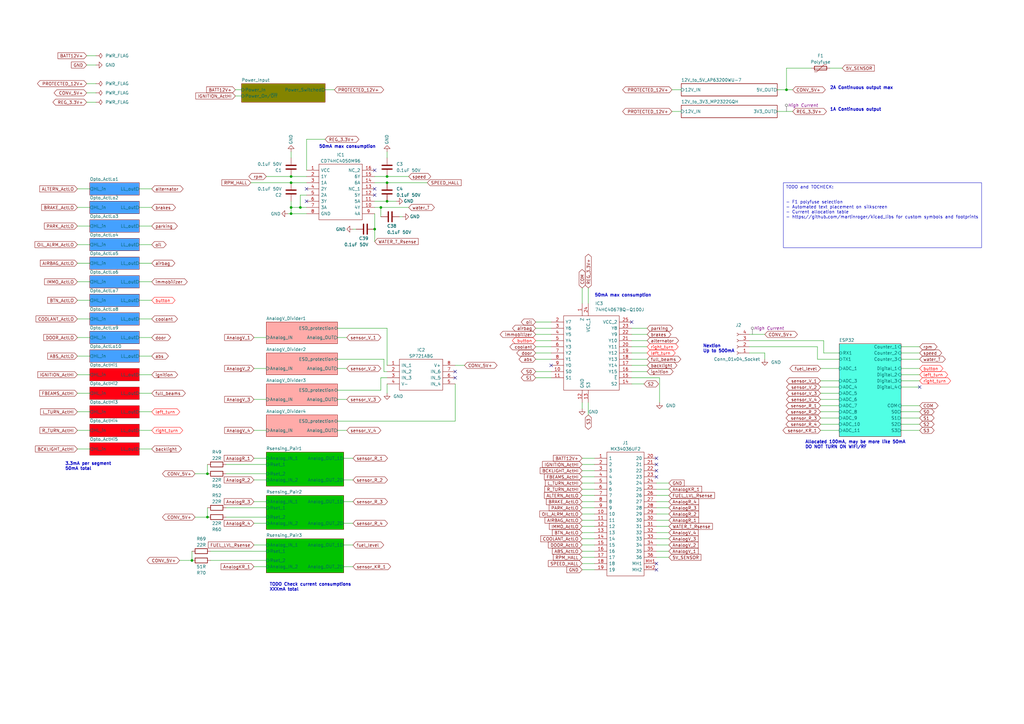
<source format=kicad_sch>
(kicad_sch (version 20230121) (generator eeschema)
  (paper "A3")
  (title_block (title "Main architecture") (date "2023-06-18") (rev "1.2.3") (comment 1 "https://github.com/martinroger/VXDash") (comment 2 "https://cadlab.io/projects/vxdash"))
  (junction (at 119.38 72.39))
  (junction (at 322.58 36.83))
  (junction (at 119.38 74.93))
  (junction (at 78.74 229.87))
  (junction (at 156.21 85.09))
  (junction (at 158.75 72.39))
  (junction (at 85.09 212.09))
  (junction (at 153.67 93.98))
  (junction (at 119.38 87.63))
  (junction (at 119.38 85.09))
  (junction (at 123.19 85.09))
  (junction (at 158.75 74.93))
  (junction (at 85.09 194.31))
  (junction (at 158.75 82.55))
  (no_connect (at 186.69 152.4))
  (no_connect (at 125.73 77.47))
  (no_connect (at 269.24 187.96))
  (no_connect (at 269.24 195.58))
  (no_connect (at 153.67 69.85))
  (no_connect (at 259.08 132.08))
  (no_connect (at 186.69 154.94))
  (no_connect (at 269.24 190.5))
  (no_connect (at 153.67 80.01))
  (no_connect (at 269.24 233.68))
  (no_connect (at 153.67 77.47))
  (no_connect (at 269.24 193.04))
  (no_connect (at 226.06 149.86))
  (no_connect (at 125.73 82.55))
  (no_connect (at 269.24 231.14))
  (no_connect (at 377.19 158.75))
  (wire (pts (xy 156.21 154.94) (xy 158.75 154.94)))
  (wire (pts (xy 269.24 208.28) (xy 274.32 208.28)))
  (wire (pts (xy 138.43 176.53) (xy 142.24 176.53)))
  (wire (pts (xy 138.43 172.72) (xy 186.69 172.72)))
  (wire (pts (xy 336.55 166.37) (xy 344.17 166.37)))
  (wire (pts (xy 313.69 147.32) (xy 313.69 144.78)))
  (wire (pts (xy 78.74 226.06) (xy 78.74 229.87)))
  (wire (pts (xy 318.77 45.72) (xy 325.12 45.72)))
  (wire (pts (xy 57.15 107.95) (xy 62.23 107.95)))
  (wire (pts (xy 265.43 134.62) (xy 259.08 134.62)))
  (wire (pts (xy 369.57 153.67) (xy 377.19 153.67)))
  (wire (pts (xy 238.76 213.36) (xy 243.84 213.36)))
  (wire (pts (xy 322.58 27.94) (xy 322.58 36.83)))
  (wire (pts (xy 31.75 161.29) (xy 36.83 161.29)))
  (wire (pts (xy 238.76 187.96) (xy 243.84 187.96)))
  (wire (pts (xy 153.67 87.63) (xy 153.67 93.98)))
  (wire (pts (xy 86.36 226.06) (xy 109.22 226.06)))
  (wire (pts (xy 104.14 176.53) (xy 109.22 176.53)))
  (wire (pts (xy 165.1 88.9) (xy 163.83 88.9)))
  (wire (pts (xy 57.15 138.43) (xy 62.23 138.43)))
  (wire (pts (xy 270.51 154.94) (xy 270.51 165.1)))
  (wire (pts (xy 31.75 92.71) (xy 36.83 92.71)))
  (wire (pts (xy 274.32 228.6) (xy 269.24 228.6)))
  (wire (pts (xy 138.43 151.13) (xy 142.24 151.13)))
  (wire (pts (xy 133.35 36.83) (xy 137.16 36.83)))
  (wire (pts (xy 274.32 198.12) (xy 269.24 198.12)))
  (wire (pts (xy 133.35 57.15) (xy 125.73 57.15)))
  (wire (pts (xy 140.97 223.52) (xy 144.78 223.52)))
  (wire (pts (xy 104.14 223.52) (xy 109.22 223.52)))
  (wire (pts (xy 336.55 171.45) (xy 344.17 171.45)))
  (wire (pts (xy 57.15 130.81) (xy 62.23 130.81)))
  (wire (pts (xy 92.71 190.5) (xy 109.22 190.5)))
  (wire (pts (xy 336.55 168.91) (xy 344.17 168.91)))
  (wire (pts (xy 238.76 165.1) (xy 238.76 167.64)))
  (wire (pts (xy 57.15 161.29) (xy 62.23 161.29)))
  (wire (pts (xy 269.24 213.36) (xy 274.32 213.36)))
  (wire (pts (xy 274.32 200.66) (xy 269.24 200.66)))
  (wire (pts (xy 85.09 208.28) (xy 85.09 212.09)))
  (wire (pts (xy 144.78 93.98) (xy 146.05 93.98)))
  (wire (pts (xy 219.71 137.16) (xy 226.06 137.16)))
  (wire (pts (xy 31.75 85.09) (xy 36.83 85.09)))
  (wire (pts (xy 274.32 218.44) (xy 269.24 218.44)))
  (wire (pts (xy 275.59 36.83) (xy 279.4 36.83)))
  (wire (pts (xy 238.76 223.52) (xy 243.84 223.52)))
  (wire (pts (xy 265.43 147.32) (xy 259.08 147.32)))
  (wire (pts (xy 31.75 184.15) (xy 36.83 184.15)))
  (wire (pts (xy 57.15 184.15) (xy 62.23 184.15)))
  (wire (pts (xy 158.75 72.39) (xy 167.64 72.39)))
  (wire (pts (xy 238.76 193.04) (xy 243.84 193.04)))
  (wire (pts (xy 238.76 226.06) (xy 243.84 226.06)))
  (wire (pts (xy 35.56 26.67) (xy 39.37 26.67)))
  (wire (pts (xy 96.52 39.37) (xy 99.06 39.37)))
  (wire (pts (xy 31.75 176.53) (xy 36.83 176.53)))
  (wire (pts (xy 307.34 137.16) (xy 313.69 137.16)))
  (wire (pts (xy 219.71 152.4) (xy 226.06 152.4)))
  (wire (pts (xy 138.43 134.62) (xy 158.75 134.62)))
  (wire (pts (xy 336.55 158.75) (xy 344.17 158.75)))
  (wire (pts (xy 274.32 226.06) (xy 269.24 226.06)))
  (wire (pts (xy 57.15 77.47) (xy 62.23 77.47)))
  (wire (pts (xy 269.24 203.2) (xy 274.32 203.2)))
  (wire (pts (xy 275.59 45.72) (xy 279.4 45.72)))
  (wire (pts (xy 336.55 161.29) (xy 344.17 161.29)))
  (wire (pts (xy 57.15 153.67) (xy 62.23 153.67)))
  (wire (pts (xy 186.69 172.72) (xy 186.69 157.48)))
  (wire (pts (xy 73.66 229.87) (xy 78.74 229.87)))
  (wire (pts (xy 336.55 163.83) (xy 344.17 163.83)))
  (wire (pts (xy 337.82 139.7) (xy 307.34 139.7)))
  (wire (pts (xy 156.21 85.09) (xy 167.64 85.09)))
  (wire (pts (xy 85.09 190.5) (xy 85.09 194.31)))
  (wire (pts (xy 274.32 220.98) (xy 269.24 220.98)))
  (wire (pts (xy 344.17 144.78) (xy 337.82 144.78)))
  (wire (pts (xy 307.34 142.24) (xy 335.28 142.24)))
  (wire (pts (xy 138.43 138.43) (xy 142.24 138.43)))
  (wire (pts (xy 369.57 176.53) (xy 377.19 176.53)))
  (wire (pts (xy 104.14 214.63) (xy 109.22 214.63)))
  (wire (pts (xy 369.57 142.24) (xy 377.19 142.24)))
  (wire (pts (xy 238.76 195.58) (xy 243.84 195.58)))
  (wire (pts (xy 265.43 144.78) (xy 259.08 144.78)))
  (wire (pts (xy 57.15 92.71) (xy 62.23 92.71)))
  (wire (pts (xy 238.76 231.14) (xy 243.84 231.14)))
  (wire (pts (xy 259.08 154.94) (xy 270.51 154.94)))
  (wire (pts (xy 238.76 208.28) (xy 243.84 208.28)))
  (wire (pts (xy 102.87 74.93) (xy 119.38 74.93)))
  (wire (pts (xy 119.38 72.39) (xy 125.73 72.39)))
  (wire (pts (xy 238.76 200.66) (xy 243.84 200.66)))
  (wire (pts (xy 241.3 118.11) (xy 241.3 124.46)))
  (wire (pts (xy 238.76 203.2) (xy 243.84 203.2)))
  (wire (pts (xy 158.75 134.62) (xy 158.75 149.86)))
  (wire (pts (xy 31.75 115.57) (xy 36.83 115.57)))
  (wire (pts (xy 238.76 215.9) (xy 243.84 215.9)))
  (wire (pts (xy 238.76 118.11) (xy 238.76 124.46)))
  (wire (pts (xy 92.71 212.09) (xy 109.22 212.09)))
  (wire (pts (xy 369.57 151.13) (xy 377.19 151.13)))
  (wire (pts (xy 265.43 152.4) (xy 259.08 152.4)))
  (wire (pts (xy 265.43 142.24) (xy 259.08 142.24)))
  (wire (pts (xy 265.43 149.86) (xy 259.08 149.86)))
  (wire (pts (xy 57.15 115.57) (xy 62.23 115.57)))
  (wire (pts (xy 238.76 220.98) (xy 243.84 220.98)))
  (wire (pts (xy 369.57 156.21) (xy 377.19 156.21)))
  (wire (pts (xy 125.73 85.09) (xy 123.19 85.09)))
  (wire (pts (xy 369.57 147.32) (xy 377.19 147.32)))
  (wire (pts (xy 238.76 228.6) (xy 243.84 228.6)))
  (wire (pts (xy 369.57 158.75) (xy 377.19 158.75)))
  (wire (pts (xy 35.56 34.29) (xy 39.37 34.29)))
  (wire (pts (xy 336.55 151.13) (xy 344.17 151.13)))
  (wire (pts (xy 336.55 156.21) (xy 344.17 156.21)))
  (wire (pts (xy 119.38 82.55) (xy 119.38 85.09)))
  (wire (pts (xy 157.48 147.32) (xy 157.48 152.4)))
  (wire (pts (xy 119.38 87.63) (xy 125.73 87.63)))
  (wire (pts (xy 336.55 176.53) (xy 344.17 176.53)))
  (wire (pts (xy 274.32 223.52) (xy 269.24 223.52)))
  (wire (pts (xy 138.43 163.83) (xy 142.24 163.83)))
  (wire (pts (xy 219.71 134.62) (xy 226.06 134.62)))
  (wire (pts (xy 265.43 139.7) (xy 259.08 139.7)))
  (wire (pts (xy 259.08 157.48) (xy 264.16 157.48)))
  (wire (pts (xy 269.24 205.74) (xy 274.32 205.74)))
  (wire (pts (xy 92.71 208.28) (xy 109.22 208.28)))
  (wire (pts (xy 31.75 100.33) (xy 36.83 100.33)))
  (wire (pts (xy 62.23 146.05) (xy 57.15 146.05)))
  (wire (pts (xy 238.76 205.74) (xy 243.84 205.74)))
  (wire (pts (xy 274.32 215.9) (xy 269.24 215.9)))
  (wire (pts (xy 104.14 232.41) (xy 109.22 232.41)))
  (wire (pts (xy 138.43 147.32) (xy 157.48 147.32)))
  (wire (pts (xy 104.14 138.43) (xy 109.22 138.43)))
  (wire (pts (xy 219.71 147.32) (xy 226.06 147.32)))
  (wire (pts (xy 322.58 27.94) (xy 332.74 27.94)))
  (wire (pts (xy 138.43 160.02) (xy 156.21 160.02)))
  (wire (pts (xy 140.97 187.96) (xy 144.78 187.96)))
  (wire (pts (xy 109.22 72.39) (xy 119.38 72.39)))
  (wire (pts (xy 119.38 85.09) (xy 119.38 87.63)))
  (wire (pts (xy 31.75 123.19) (xy 36.83 123.19)))
  (wire (pts (xy 335.28 147.32) (xy 335.28 142.24)))
  (wire (pts (xy 86.36 229.87) (xy 109.22 229.87)))
  (wire (pts (xy 153.67 72.39) (xy 158.75 72.39)))
  (wire (pts (xy 369.57 168.91) (xy 377.19 168.91)))
  (wire (pts (xy 158.75 82.55) (xy 162.56 82.55)))
  (wire (pts (xy 318.77 36.83) (xy 322.58 36.83)))
  (wire (pts (xy 153.67 93.98) (xy 153.67 99.06)))
  (wire (pts (xy 35.56 41.91) (xy 39.37 41.91)))
  (wire (pts (xy 92.71 194.31) (xy 109.22 194.31)))
  (wire (pts (xy 31.75 168.91) (xy 36.83 168.91)))
  (wire (pts (xy 140.97 196.85) (xy 144.78 196.85)))
  (wire (pts (xy 31.75 107.95) (xy 36.83 107.95)))
  (wire (pts (xy 158.75 62.23) (xy 158.75 64.77)))
  (wire (pts (xy 104.14 205.74) (xy 109.22 205.74)))
  (wire (pts (xy 57.15 100.33) (xy 62.23 100.33)))
  (wire (pts (xy 265.43 137.16) (xy 259.08 137.16)))
  (wire (pts (xy 335.28 147.32) (xy 344.17 147.32)))
  (wire (pts (xy 123.19 80.01) (xy 123.19 85.09)))
  (wire (pts (xy 31.75 146.05) (xy 36.83 146.05)))
  (wire (pts (xy 337.82 144.78) (xy 337.82 139.7)))
  (wire (pts (xy 157.48 152.4) (xy 158.75 152.4)))
  (wire (pts (xy 104.14 196.85) (xy 109.22 196.85)))
  (wire (pts (xy 104.14 187.96) (xy 109.22 187.96)))
  (wire (pts (xy 186.69 149.86) (xy 190.5 149.86)))
  (wire (pts (xy 156.21 85.09) (xy 156.21 88.9)))
  (wire (pts (xy 80.01 194.31) (xy 85.09 194.31)))
  (wire (pts (xy 57.15 176.53) (xy 62.23 176.53)))
  (wire (pts (xy 119.38 62.23) (xy 119.38 64.77)))
  (wire (pts (xy 119.38 74.93) (xy 125.73 74.93)))
  (wire (pts (xy 158.75 157.48) (xy 158.75 161.29)))
  (wire (pts (xy 80.01 212.09) (xy 85.09 212.09)))
  (wire (pts (xy 238.76 218.44) (xy 243.84 218.44)))
  (wire (pts (xy 140.97 232.41) (xy 144.78 232.41)))
  (wire (pts (xy 369.57 144.78) (xy 377.19 144.78)))
  (wire (pts (xy 369.57 171.45) (xy 377.19 171.45)))
  (wire (pts (xy 140.97 205.74) (xy 144.78 205.74)))
  (wire (pts (xy 238.76 233.68) (xy 243.84 233.68)))
  (wire (pts (xy 31.75 130.81) (xy 36.83 130.81)))
  (wire (pts (xy 238.76 190.5) (xy 243.84 190.5)))
  (wire (pts (xy 336.55 173.99) (xy 344.17 173.99)))
  (wire (pts (xy 238.76 210.82) (xy 243.84 210.82)))
  (wire (pts (xy 219.71 154.94) (xy 226.06 154.94)))
  (wire (pts (xy 31.75 153.67) (xy 36.83 153.67)))
  (wire (pts (xy 219.71 139.7) (xy 226.06 139.7)))
  (wire (pts (xy 369.57 166.37) (xy 377.19 166.37)))
  (wire (pts (xy 118.11 87.63) (xy 119.38 87.63)))
  (wire (pts (xy 238.76 198.12) (xy 243.84 198.12)))
  (wire (pts (xy 153.67 85.09) (xy 156.21 85.09)))
  (wire (pts (xy 153.67 74.93) (xy 158.75 74.93)))
  (wire (pts (xy 57.15 123.19) (xy 62.23 123.19)))
  (wire (pts (xy 269.24 210.82) (xy 274.32 210.82)))
  (wire (pts (xy 219.71 144.78) (xy 226.06 144.78)))
  (wire (pts (xy 31.75 77.47) (xy 36.83 77.47)))
  (wire (pts (xy 322.58 36.83) (xy 325.12 36.83)))
  (wire (pts (xy 219.71 142.24) (xy 226.06 142.24)))
  (wire (pts (xy 153.67 82.55) (xy 158.75 82.55)))
  (wire (pts (xy 104.14 151.13) (xy 109.22 151.13)))
  (wire (pts (xy 35.56 38.1) (xy 39.37 38.1)))
  (wire (pts (xy 57.15 168.91) (xy 62.23 168.91)))
  (wire (pts (xy 96.52 36.83) (xy 99.06 36.83)))
  (wire (pts (xy 158.75 74.93) (xy 175.26 74.93)))
  (wire (pts (xy 340.36 27.94) (xy 345.44 27.94)))
  (wire (pts (xy 313.69 144.78) (xy 307.34 144.78)))
  (wire (pts (xy 57.15 85.09) (xy 62.23 85.09)))
  (wire (pts (xy 219.71 132.08) (xy 226.06 132.08)))
  (wire (pts (xy 31.75 138.43) (xy 36.83 138.43)))
  (wire (pts (xy 241.3 165.1) (xy 241.3 170.18)))
  (wire (pts (xy 125.73 80.01) (xy 123.19 80.01)))
  (wire (pts (xy 369.57 173.99) (xy 377.19 173.99)))
  (wire (pts (xy 156.21 160.02) (xy 156.21 154.94)))
  (wire (pts (xy 125.73 57.15) (xy 125.73 69.85)))
  (wire (pts (xy 123.19 85.09) (xy 119.38 85.09)))
  (wire (pts (xy 140.97 214.63) (xy 144.78 214.63)))
  (wire (pts (xy 35.56 22.86) (xy 39.37 22.86)))
  (wire (pts (xy 104.14 163.83) (xy 109.22 163.83)))
  (text_box "TODO and TOCHECK: \n \n\n- F1 polyfuse selection\n- Automated text placement on silkscreen\n- Current allocation table\n- https://github.com/martinroger/kicad_libs for custom symbols and footprints\n\n\n" (at 321.31 74.93 0) (size 81.28 26.67) (effects (font (size 1.27 1.27)) (justify left top)))
  (text "50mA max consumption" (at 130.81 60.96 0) (effects (font (size 1.27 1.27) bold) (justify left bottom)))
  (text "3.3mA per segment\n50mA total\n" (at 26.67 193.04 0) (effects (font (size 1.27 1.27) bold) (justify left bottom)))
  (text "Allocated 100mA, may be more like 50mA\nDO NOT TURN ON WIFI/RF" (at 330.2 184.15 0) (effects (font (size 1.27 1.27) bold) (justify left bottom)))
  (text "50mA max consumption" (at 243.84 121.92 0) (effects (font (size 1.27 1.27) bold) (justify left bottom)))
  (text "TODO Check current consumptions \nXXXmA total" (at 110.49 242.57 0) (effects (font (size 1.27 1.27) bold) (justify left bottom)))
  (text "Nextion\nUp to 500mA" (at 288.29 144.78 0) (effects (font (size 1.27 1.27) bold) (justify left bottom)))
  (text "2A Continuous output max" (at 340.36 36.83 0) (effects (font (size 1.27 1.27) bold) (justify left bottom)))
  (text "1A Continuous output" (at 340.36 45.72 0) (effects (font (size 1.27 1.27) bold) (justify left bottom)))
  (global_label "right_turn" (shape bidirectional) (at 377.19 156.21 0) (property "Intersheetrefs" "${INTERSHEET_REFS}" (effects hide)))
  (global_label "AnalogV_2" (shape input) (at 274.32 223.52 0) (property "Intersheetrefs" "${INTERSHEET_REFS}" (effects hide)))
  (global_label "oil" (shape bidirectional) (at 62.23 100.33 0) (property "Intersheetrefs" "${INTERSHEET_REFS}" (effects hide)))
  (global_label "button" (shape bidirectional) (at 219.71 139.7 180) (property "Intersheetrefs" "${INTERSHEET_REFS}" (effects hide)))
  (global_label "brakes" (shape bidirectional) (at 62.23 85.09 0) (property "Intersheetrefs" "${INTERSHEET_REFS}" (effects hide)))
  (global_label "rpm" (shape bidirectional) (at 377.19 142.24 0) (property "Intersheetrefs" "${INTERSHEET_REFS}" (effects hide)))
  (global_label "sensor_V_3" (shape bidirectional) (at 336.55 161.29 180) (property "Intersheetrefs" "${INTERSHEET_REFS}" (effects hide)))
  (global_label "AnalogV_2" (shape input) (at 104.14 151.13 180) (property "Intersheetrefs" "${INTERSHEET_REFS}" (effects hide)))
  (global_label "ABS_ActLO" (shape input) (at 31.75 146.05 180) (property "Intersheetrefs" "${INTERSHEET_REFS}" (effects hide)))
  (global_label "alternator" (shape bidirectional) (at 265.43 139.7 0) (property "Intersheetrefs" "${INTERSHEET_REFS}" (effects hide)))
  (global_label "IGNITION_ActHI" (shape input) (at 96.52 39.37 180) (property "Intersheetrefs" "${INTERSHEET_REFS}" (effects hide)))
  (global_label "RPM_HALL" (shape input) (at 238.76 228.6 180) (property "Intersheetrefs" "${INTERSHEET_REFS}" (effects hide)))
  (global_label "button" (shape bidirectional) (at 377.19 151.13 0) (property "Intersheetrefs" "${INTERSHEET_REFS}" (effects hide)))
  (global_label "CONV_5V+" (shape bidirectional) (at 80.01 212.09 180) (property "Intersheetrefs" "${INTERSHEET_REFS}" (effects hide)))
  (global_label "AnalogV_3" (shape input) (at 274.32 220.98 0) (property "Intersheetrefs" "${INTERSHEET_REFS}" (effects hide)))
  (global_label "IGNITION_ActHI" (shape input) (at 238.76 190.5 180) (property "Intersheetrefs" "${INTERSHEET_REFS}" (effects hide)))
  (global_label "ALTERN_ActLO" (shape input) (at 31.75 77.47 180) (property "Intersheetrefs" "${INTERSHEET_REFS}" (effects hide)))
  (global_label "FBEAMS_ActHI" (shape input) (at 31.75 161.29 180) (property "Intersheetrefs" "${INTERSHEET_REFS}" (effects hide)))
  (global_label "oil" (shape bidirectional) (at 219.71 132.08 180) (property "Intersheetrefs" "${INTERSHEET_REFS}" (effects hide)))
  (global_label "DOOR_ActLO" (shape input) (at 238.76 223.52 180) (property "Intersheetrefs" "${INTERSHEET_REFS}" (effects hide)))
  (global_label "button" (shape bidirectional) (at 62.23 123.19 0) (property "Intersheetrefs" "${INTERSHEET_REFS}" (effects hide)))
  (global_label "sensor_R_4" (shape bidirectional) (at 144.78 214.63 0) (property "Intersheetrefs" "${INTERSHEET_REFS}" (effects hide)))
  (global_label "AnalogR_2" (shape input) (at 274.32 210.82 0) (property "Intersheetrefs" "${INTERSHEET_REFS}" (effects hide)))
  (global_label "sensor_R_4" (shape bidirectional) (at 336.55 173.99 180) (property "Intersheetrefs" "${INTERSHEET_REFS}" (effects hide)))
  (global_label "FUEL_LVL_Rsense" (shape input) (at 274.32 203.2 0) (property "Intersheetrefs" "${INTERSHEET_REFS}" (effects hide)))
  (global_label "AnalogKR_1" (shape input) (at 104.14 232.41 180) (property "Intersheetrefs" "${INTERSHEET_REFS}" (effects hide)))
  (global_label "R_TURN_ActHI" (shape input) (at 238.76 200.66 180) (property "Intersheetrefs" "${INTERSHEET_REFS}" (effects hide)))
  (global_label "COOLANT_ActLO" (shape input) (at 238.76 220.98 180) (property "Intersheetrefs" "${INTERSHEET_REFS}" (effects hide)))
  (global_label "REG_3.3V+" (shape bidirectional) (at 133.35 57.15 0) (property "Intersheetrefs" "${INTERSHEET_REFS}" (effects hide)))
  (global_label "sensor_R_2" (shape bidirectional) (at 144.78 196.85 0) (property "Intersheetrefs" "${INTERSHEET_REFS}" (effects hide)))
  (global_label "FUEL_LVL_Rsense" (shape input) (at 104.14 223.52 180) (property "Intersheetrefs" "${INTERSHEET_REFS}" (effects hide)))
  (global_label "OIL_ALRM_ActLO" (shape input) (at 31.75 100.33 180) (property "Intersheetrefs" "${INTERSHEET_REFS}" (effects hide)))
  (global_label "BTN_ActLO" (shape input) (at 238.76 218.44 180) (property "Intersheetrefs" "${INTERSHEET_REFS}" (effects hide)))
  (global_label "S0" (shape bidirectional) (at 377.19 168.91 0) (property "Intersheetrefs" "${INTERSHEET_REFS}" (effects hide)))
  (global_label "RPM_HALL" (shape input) (at 102.87 74.93 180) (property "Intersheetrefs" "${INTERSHEET_REFS}" (effects hide)))
  (global_label "rpm" (shape bidirectional) (at 109.22 72.39 180) (property "Intersheetrefs" "${INTERSHEET_REFS}" (effects hide)))
  (global_label "PROTECTED_12V+" (shape bidirectional) (at 275.59 45.72 180) (property "Intersheetrefs" "${INTERSHEET_REFS}" (effects hide)))
  (global_label "sensor_R_1" (shape bidirectional) (at 336.55 166.37 180) (property "Intersheetrefs" "${INTERSHEET_REFS}" (effects hide)))
  (global_label "FBEAMS_ActHI" (shape input) (at 238.76 195.58 180) (property "Intersheetrefs" "${INTERSHEET_REFS}" (effects hide)))
  (global_label "AnalogV_1" (shape input) (at 274.32 226.06 0) (property "Intersheetrefs" "${INTERSHEET_REFS}" (effects hide)))
  (global_label "AnalogR_3" (shape input) (at 104.14 205.74 180) (property "Intersheetrefs" "${INTERSHEET_REFS}" (effects hide)))
  (global_label "S3" (shape bidirectional) (at 241.3 170.18 270) (property "Intersheetrefs" "${INTERSHEET_REFS}" (effects hide)))
  (global_label "S0" (shape bidirectional) (at 219.71 152.4 180) (property "Intersheetrefs" "${INTERSHEET_REFS}" (effects hide)))
  (global_label "CONV_5V+" (shape bidirectional) (at 313.69 137.16 0) (property "Intersheetrefs" "${INTERSHEET_REFS}" (effects hide)))
  (global_label "AnalogKR_1" (shape input) (at 274.32 200.66 0) (property "Intersheetrefs" "${INTERSHEET_REFS}" (effects hide)))
  (global_label "PROTECTED_12V+" (shape bidirectional) (at 137.16 36.83 0) (property "Intersheetrefs" "${INTERSHEET_REFS}" (effects hide)))
  (global_label "5V_SENSOR" (shape input) (at 274.32 228.6 0) (property "Intersheetrefs" "${INTERSHEET_REFS}" (effects hide)))
  (global_label "airbag" (shape bidirectional) (at 62.23 107.95 0) (property "Intersheetrefs" "${INTERSHEET_REFS}" (effects hide)))
  (global_label "sensor_V_2" (shape bidirectional) (at 336.55 158.75 180) (property "Intersheetrefs" "${INTERSHEET_REFS}" (effects hide)))
  (global_label "ALTERN_ActLO" (shape input) (at 238.76 203.2 180) (property "Intersheetrefs" "${INTERSHEET_REFS}" (effects hide)))
  (global_label "WATER_T_Rsense" (shape input) (at 153.67 99.06 0) (property "Intersheetrefs" "${INTERSHEET_REFS}" (effects hide)))
  (global_label "R_TURN_ActHI" (shape input) (at 31.75 176.53 180) (property "Intersheetrefs" "${INTERSHEET_REFS}" (effects hide)))
  (global_label "AnalogR_4" (shape input) (at 274.32 205.74 0) (property "Intersheetrefs" "${INTERSHEET_REFS}" (effects hide)))
  (global_label "OIL_ALRM_ActLO" (shape input) (at 238.76 210.82 180) (property "Intersheetrefs" "${INTERSHEET_REFS}" (effects hide)))
  (global_label "GND" (shape input) (at 238.76 233.68 180) (property "Intersheetrefs" "${INTERSHEET_REFS}" (effects hide)))
  (global_label "S1" (shape bidirectional) (at 377.19 171.45 0) (property "Intersheetrefs" "${INTERSHEET_REFS}" (effects hide)))
  (global_label "sensor_R_3" (shape bidirectional) (at 336.55 171.45 180) (property "Intersheetrefs" "${INTERSHEET_REFS}" (effects hide)))
  (global_label "AIRBAG_ActLO" (shape input) (at 31.75 107.95 180) (property "Intersheetrefs" "${INTERSHEET_REFS}" (effects hide)))
  (global_label "BCKLIGHT_ActHI" (shape input) (at 31.75 184.15 180) (property "Intersheetrefs" "${INTERSHEET_REFS}" (effects hide)))
  (global_label "backlight" (shape bidirectional) (at 265.43 149.86 0) (property "Intersheetrefs" "${INTERSHEET_REFS}" (effects hide)))
  (global_label "BATT12V+" (shape input) (at 96.52 36.83 180) (property "Intersheetrefs" "${INTERSHEET_REFS}" (effects hide)))
  (global_label "SPEED_HALL" (shape input) (at 175.26 74.93 0) (property "Intersheetrefs" "${INTERSHEET_REFS}" (effects hide)))
  (global_label "DOOR_ActLO" (shape input) (at 31.75 138.43 180) (property "Intersheetrefs" "${INTERSHEET_REFS}" (effects hide)))
  (global_label "sensor_V_3" (shape bidirectional) (at 142.24 163.83 0) (property "Intersheetrefs" "${INTERSHEET_REFS}" (effects hide)))
  (global_label "PROTECTED_12V+" (shape bidirectional) (at 275.59 36.83 180) (property "Intersheetrefs" "${INTERSHEET_REFS}" (effects hide)))
  (global_label "sensor_V_1" (shape bidirectional) (at 336.55 156.21 180) (property "Intersheetrefs" "${INTERSHEET_REFS}" (effects hide)))
  (global_label "parking" (shape bidirectional) (at 265.43 134.62 0) (property "Intersheetrefs" "${INTERSHEET_REFS}" (effects hide)))
  (global_label "GND" (shape input) (at 35.56 26.67 180) (property "Intersheetrefs" "${INTERSHEET_REFS}" (effects hide)))
  (global_label "sensor_R_1" (shape bidirectional) (at 144.78 187.96 0) (property "Intersheetrefs" "${INTERSHEET_REFS}" (effects hide)))
  (global_label "left_turn" (shape bidirectional) (at 62.23 168.91 0) (property "Intersheetrefs" "${INTERSHEET_REFS}" (effects hide)))
  (global_label "door" (shape bidirectional) (at 219.71 144.78 180) (property "Intersheetrefs" "${INTERSHEET_REFS}" (effects hide)))
  (global_label "AnalogR_2" (shape input) (at 104.14 196.85 180) (property "Intersheetrefs" "${INTERSHEET_REFS}" (effects hide)))
  (global_label "sensor_V_1" (shape bidirectional) (at 142.24 138.43 0) (property "Intersheetrefs" "${INTERSHEET_REFS}" (effects hide)))
  (global_label "COM" (shape bidirectional) (at 377.19 166.37 0) (property "Intersheetrefs" "${INTERSHEET_REFS}" (effects hide)))
  (global_label "ignition" (shape bidirectional) (at 265.43 152.4 0) (property "Intersheetrefs" "${INTERSHEET_REFS}" (effects hide)))
  (global_label "AnalogV_4" (shape input) (at 104.14 176.53 180) (property "Intersheetrefs" "${INTERSHEET_REFS}" (effects hide)))
  (global_label "AnalogR_1" (shape input) (at 104.14 187.96 180) (property "Intersheetrefs" "${INTERSHEET_REFS}" (effects hide)))
  (global_label "AIRBAG_ActLO" (shape input) (at 238.76 213.36 180) (property "Intersheetrefs" "${INTERSHEET_REFS}" (effects hide)))
  (global_label "BCKLIGHT_ActHI" (shape input) (at 238.76 193.04 180) (property "Intersheetrefs" "${INTERSHEET_REFS}" (effects hide)))
  (global_label "CONV_5V+" (shape bidirectional) (at 80.01 194.31 180) (property "Intersheetrefs" "${INTERSHEET_REFS}" (effects hide)))
  (global_label "right_turn" (shape bidirectional) (at 265.43 142.24 0) (property "Intersheetrefs" "${INTERSHEET_REFS}" (effects hide)))
  (global_label "IMMO_ActLO" (shape input) (at 31.75 115.57 180) (property "Intersheetrefs" "${INTERSHEET_REFS}" (effects hide)))
  (global_label "BRAKE_ActLO" (shape input) (at 31.75 85.09 180) (property "Intersheetrefs" "${INTERSHEET_REFS}" (effects hide)))
  (global_label "speed" (shape bidirectional) (at 167.64 72.39 0) (property "Intersheetrefs" "${INTERSHEET_REFS}" (effects hide)))
  (global_label "L_TURN_ActHI" (shape input) (at 31.75 168.91 180) (property "Intersheetrefs" "${INTERSHEET_REFS}" (effects hide)))
  (global_label "S1" (shape bidirectional) (at 219.71 154.94 180) (property "Intersheetrefs" "${INTERSHEET_REFS}" (effects hide)))
  (global_label "left_turn" (shape bidirectional) (at 265.43 144.78 0) (property "Intersheetrefs" "${INTERSHEET_REFS}" (effects hide)))
  (global_label "parking" (shape bidirectional) (at 62.23 92.71 0) (property "Intersheetrefs" "${INTERSHEET_REFS}" (effects hide)))
  (global_label "REG_3.3V+" (shape bidirectional) (at 35.56 41.91 180) (property "Intersheetrefs" "${INTERSHEET_REFS}" (effects hide)))
  (global_label "speed" (shape bidirectional) (at 377.19 144.78 0) (property "Intersheetrefs" "${INTERSHEET_REFS}" (effects hide)))
  (global_label "PROTECTED_12V+" (shape bidirectional) (at 35.56 34.29 180) (property "Intersheetrefs" "${INTERSHEET_REFS}" (effects hide)))
  (global_label "backlight" (shape bidirectional) (at 62.23 184.15 0) (property "Intersheetrefs" "${INTERSHEET_REFS}" (effects hide)))
  (global_label "water_T" (shape bidirectional) (at 377.19 147.32 0) (property "Intersheetrefs" "${INTERSHEET_REFS}" (effects hide)))
  (global_label "sensor_V_4" (shape bidirectional) (at 142.24 176.53 0) (property "Intersheetrefs" "${INTERSHEET_REFS}" (effects hide)))
  (global_label "CONV_5V+" (shape bidirectional) (at 35.56 38.1 180) (property "Intersheetrefs" "${INTERSHEET_REFS}" (effects hide)))
  (global_label "alternator" (shape bidirectional) (at 62.23 77.47 0) (property "Intersheetrefs" "${INTERSHEET_REFS}" (effects hide)))
  (global_label "immobilizer" (shape bidirectional) (at 219.71 137.16 180) (property "Intersheetrefs" "${INTERSHEET_REFS}" (effects hide)))
  (global_label "CONV_5V+" (shape bidirectional) (at 325.12 36.83 0) (property "Intersheetrefs" "${INTERSHEET_REFS}" (effects hide)))
  (global_label "AnalogR_4" (shape input) (at 104.14 214.63 180) (property "Intersheetrefs" "${INTERSHEET_REFS}" (effects hide)))
  (global_label "BATT12V+" (shape input) (at 238.76 187.96 180) (property "Intersheetrefs" "${INTERSHEET_REFS}" (effects hide)))
  (global_label "door" (shape bidirectional) (at 62.23 138.43 0) (property "Intersheetrefs" "${INTERSHEET_REFS}" (effects hide)))
  (global_label "S2" (shape bidirectional) (at 377.19 173.99 0) (property "Intersheetrefs" "${INTERSHEET_REFS}" (effects hide)))
  (global_label "ignition" (shape bidirectional) (at 62.23 153.67 0) (property "Intersheetrefs" "${INTERSHEET_REFS}" (effects hide)))
  (global_label "REG_3.3V+" (shape bidirectional) (at 241.3 118.11 90) (property "Intersheetrefs" "${INTERSHEET_REFS}" (effects hide)))
  (global_label "water_T" (shape bidirectional) (at 167.64 85.09 0) (property "Intersheetrefs" "${INTERSHEET_REFS}" (effects hide)))
  (global_label "full_beams" (shape bidirectional) (at 265.43 147.32 0) (property "Intersheetrefs" "${INTERSHEET_REFS}" (effects hide)))
  (global_label "COM" (shape bidirectional) (at 238.76 118.11 90) (property "Intersheetrefs" "${INTERSHEET_REFS}" (effects hide)))
  (global_label "immobilizer" (shape bidirectional) (at 62.23 115.57 0) (property "Intersheetrefs" "${INTERSHEET_REFS}" (effects hide)))
  (global_label "S3" (shape bidirectional) (at 377.19 176.53 0) (property "Intersheetrefs" "${INTERSHEET_REFS}" (effects hide)))
  (global_label "BATT12V+" (shape input) (at 35.56 22.86 180) (property "Intersheetrefs" "${INTERSHEET_REFS}" (effects hide)))
  (global_label "full_beams" (shape bidirectional) (at 62.23 161.29 0) (property "Intersheetrefs" "${INTERSHEET_REFS}" (effects hide)))
  (global_label "sensor_KR_1" (shape bidirectional) (at 144.78 232.41 0) (property "Intersheetrefs" "${INTERSHEET_REFS}" (effects hide)))
  (global_label "right_turn" (shape bidirectional) (at 62.23 176.53 0) (property "Intersheetrefs" "${INTERSHEET_REFS}" (effects hide)))
  (global_label "SPEED_HALL" (shape input) (at 238.76 231.14 180) (property "Intersheetrefs" "${INTERSHEET_REFS}" (effects hide)))
  (global_label "airbag" (shape bidirectional) (at 219.71 134.62 180) (property "Intersheetrefs" "${INTERSHEET_REFS}" (effects hide)))
  (global_label "sensor_V_4" (shape bidirectional) (at 336.55 163.83 180) (property "Intersheetrefs" "${INTERSHEET_REFS}" (effects hide)))
  (global_label "abs" (shape bidirectional) (at 219.71 147.32 180) (property "Intersheetrefs" "${INTERSHEET_REFS}" (effects hide)))
  (global_label "AnalogV_3" (shape input) (at 104.14 163.83 180) (property "Intersheetrefs" "${INTERSHEET_REFS}" (effects hide)))
  (global_label "L_TURN_ActHI" (shape input) (at 238.76 198.12 180) (property "Intersheetrefs" "${INTERSHEET_REFS}" (effects hide)))
  (global_label "AnalogR_3" (shape input) (at 274.32 208.28 0) (property "Intersheetrefs" "${INTERSHEET_REFS}" (effects hide)))
  (global_label "fuel_level" (shape bidirectional) (at 336.55 151.13 180) (property "Intersheetrefs" "${INTERSHEET_REFS}" (effects hide)))
  (global_label "BTN_ActLO" (shape input) (at 31.75 123.19 180) (property "Intersheetrefs" "${INTERSHEET_REFS}" (effects hide)))
  (global_label "5V_SENSOR" (shape input) (at 345.44 27.94 0) (property "Intersheetrefs" "${INTERSHEET_REFS}" (effects hide)))
  (global_label "sensor_R_2" (shape bidirectional) (at 336.55 168.91 180) (property "Intersheetrefs" "${INTERSHEET_REFS}" (effects hide)))
  (global_label "PARK_ActLO" (shape input) (at 238.76 208.28 180) (property "Intersheetrefs" "${INTERSHEET_REFS}" (effects hide)))
  (global_label "BRAKE_ActLO" (shape input) (at 238.76 205.74 180) (property "Intersheetrefs" "${INTERSHEET_REFS}" (effects hide)))
  (global_label "AnalogV_1" (shape input) (at 104.14 138.43 180) (property "Intersheetrefs" "${INTERSHEET_REFS}" (effects hide)))
  (global_label "CONV_5V+" (shape bidirectional) (at 73.66 229.87 180) (property "Intersheetrefs" "${INTERSHEET_REFS}" (effects hide)))
  (global_label "S2" (shape bidirectional) (at 264.16 157.48 0) (property "Intersheetrefs" "${INTERSHEET_REFS}" (effects hide)))
  (global_label "COOLANT_ActLO" (shape input) (at 31.75 130.81 180) (property "Intersheetrefs" "${INTERSHEET_REFS}" (effects hide)))
  (global_label "PARK_ActLO" (shape input) (at 31.75 92.71 180) (property "Intersheetrefs" "${INTERSHEET_REFS}" (effects hide)))
  (global_label "REG_3.3V+" (shape bidirectional) (at 325.12 45.72 0) (property "Intersheetrefs" "${INTERSHEET_REFS}" (effects hide)))
  (global_label "sensor_V_2" (shape bidirectional) (at 142.24 151.13 0) (property "Intersheetrefs" "${INTERSHEET_REFS}" (effects hide)))
  (global_label "coolant" (shape bidirectional) (at 219.71 142.24 180) (property "Intersheetrefs" "${INTERSHEET_REFS}" (effects hide)))
  (global_label "AnalogR_1" (shape input) (at 274.32 213.36 0) (property "Intersheetrefs" "${INTERSHEET_REFS}" (effects hide)))
  (global_label "IMMO_ActLO" (shape input) (at 238.76 215.9 180) (property "Intersheetrefs" "${INTERSHEET_REFS}" (effects hide)))
  (global_label "IGNITION_ActHI" (shape input) (at 31.75 153.67 180) (property "Intersheetrefs" "${INTERSHEET_REFS}" (effects hide)))
  (global_label "brakes" (shape bidirectional) (at 265.43 137.16 0) (property "Intersheetrefs" "${INTERSHEET_REFS}" (effects hide)))
  (global_label "left_turn" (shape bidirectional) (at 377.19 153.67 0) (property "Intersheetrefs" "${INTERSHEET_REFS}" (effects hide)))
  (global_label "abs" (shape bidirectional) (at 62.23 146.05 0) (property "Intersheetrefs" "${INTERSHEET_REFS}" (effects hide)))
  (global_label "coolant" (shape bidirectional) (at 62.23 130.81 0) (property "Intersheetrefs" "${INTERSHEET_REFS}" (effects hide)))
  (global_label "fuel_level" (shape bidirectional) (at 144.78 223.52 0) (property "Intersheetrefs" "${INTERSHEET_REFS}" (effects hide)))
  (global_label "WATER_T_Rsense" (shape input) (at 274.32 215.9 0) (property "Intersheetrefs" "${INTERSHEET_REFS}" (effects hide)))
  (global_label "sensor_R_3" (shape bidirectional) (at 144.78 205.74 0) (property "Intersheetrefs" "${INTERSHEET_REFS}" (effects hide)))
  (global_label "CONV_5V+" (shape bidirectional) (at 190.5 149.86 0) (property "Intersheetrefs" "${INTERSHEET_REFS}" (effects hide)))
  (global_label "GND" (shape input) (at 274.32 198.12 0) (property "Intersheetrefs" "${INTERSHEET_REFS}" (effects hide)))
  (global_label "sensor_KR_1" (shape bidirectional) (at 336.55 176.53 180) (property "Intersheetrefs" "${INTERSHEET_REFS}" (effects hide)))
  (global_label "ABS_ActLO" (shape input) (at 238.76 226.06 180) (property "Intersheetrefs" "${INTERSHEET_REFS}" (effects hide)))
  (global_label "AnalogV_4" (shape input) (at 274.32 218.44 0) (property "Intersheetrefs" "${INTERSHEET_REFS}" (effects hide)))
  (netclass_flag "" (length 2.54) (shape round) (at 308.61 137.16 0) (property "Netclass" "High Current" (at 309.2196 134.62 0) (effects (font italic) (justify left))))
  (netclass_flag "" (length 2.54) (shape round) (at 322.58 45.72 0) (property "Netclass" "High Current" (at 323.1896 43.18 0) (effects (font italic) (justify left))))
  (symbol (lib_id "Device:C") (at 158.75 78.74 0) (mirror y) (unit 1)
    (property "Reference" "C4" (at 162.56 77.4699 0) (effects (justify right)))
    (property "Value" "0.1uF 50V" (at 162.56 80.0099 0) (effects (justify right)))
    (property "Footprint" "Capacitor_SMD:C_0603_1608Metric" (effects hide))
    (property "Datasheet" "https://media.digikey.com/pdf/Data%20Sheets/Samsung%20PDFs/CL10B104KB8NNWC_Spec.pdf" (effects hide))
    (property "Manufacturer_Name" "Samsung" (effects hide))
    (property "Manufacturer_Part_Number" "CL10B104KB8NNWC" (effects hide))
    (property "Description" "CAP CER 0.1UF 50V X7R 0603" (effects hide))
  )
  (symbol (lib_id "Device:R") (at 82.55 226.06 90) (unit 1)
    (property "Reference" "R69" (at 82.55 220.98 90))
    (property "Value" "22R" (at 82.55 223.52 90))
    (property "Footprint" "Resistor_SMD:R_0603_1608Metric" (effects hide))
    (property "Datasheet" "https://www.yageo.com/upload/media/product/productsearch/datasheet/rchip/PYu-RC_Group_51_RoHS_L_12.pdf" (effects hide))
    (property "Description" "RES 22 OHM 1% 1/10W 0603" (effects hide))
    (property "Manufacturer_Name" "Yageo" (effects hide))
    (property "Manufacturer_Part_Number" "RC0603FR-0722RL" (effects hide))
  )
  (symbol (lib_id "SamacSys_Parts:SP721ABG") (at 158.75 149.86 0) (unit 1)
    (property "Reference" "IC2" (at 172.72 143.51 0))
    (property "Value" "SP721ABG" (at 172.72 146.05 0))
    (property "Footprint" "SamacSys_Parts:SOIC127P600X175-8N" (effects hide))
    (property "Datasheet" "https://componentsearchengine.com/Datasheets/2/SP721ABG.pdf" (effects hide))
    (property "Description" "TVS Diode Arrays" (effects hide))
    (property "Height" "1.75" (effects hide))
    (property "Manufacturer_Name" "LITTELFUSE" (effects hide))
    (property "Manufacturer_Part_Number" "SP721ABG" (effects hide))
    (property "Mouser Part Number" "576-SP721ABG" (effects hide))
    (property "Mouser Price/Stock" "https://www.mouser.co.uk/ProductDetail/Littelfuse/SP721ABG?qs=RnOBYWd%2Fz7d8f274izhUNQ%3D%3D" (effects hide))
    (property "Arrow Part Number" "SP721ABG" (effects hide))
    (property "Arrow Price/Stock" "https://www.arrow.com/en/products/sp721abg/littelfuse?region=europe" (effects hide))
  )
  (symbol (lib_id "Device:C") (at 149.86 93.98 270) (mirror x) (unit 1)
    (property "Reference" "C39" (at 151.13 97.79 90) (effects (justify right)))
    (property "Value" "0.1uF 50V" (at 151.13 100.33 90) (effects (justify right)))
    (property "Footprint" "Capacitor_SMD:C_0603_1608Metric" (effects hide))
    (property "Datasheet" "https://media.digikey.com/pdf/Data%20Sheets/Samsung%20PDFs/CL10B104KB8NNWC_Spec.pdf" (effects hide))
    (property "Manufacturer_Name" "Samsung" (effects hide))
    (property "Manufacturer_Part_Number" "CL10B104KB8NNWC" (effects hide))
    (property "Description" "CAP CER 0.1UF 50V X7R 0603" (effects hide))
  )
  (symbol (lib_id "SamacSys_Parts:CD74HC4050M96") (at 125.73 69.85 0) (unit 1)
    (property "Reference" "IC1" (at 139.7 63.5 0))
    (property "Value" "CD74HC4050M96" (at 139.7 66.04 0))
    (property "Footprint" "SamacSys_Parts:SOIC127P600X175-16N" (effects hide))
    (property "Datasheet" "http://www.ti.com/lit/gpn/cd74hc4050" (effects hide))
    (property "Description" "High Speed CMOS Logic Hex Non-Inverting Buffers" (effects hide))
    (property "Height" "1.75" (effects hide))
    (property "Manufacturer_Name" "Texas Instruments" (effects hide))
    (property "Manufacturer_Part_Number" "CD74HC4050M96" (effects hide))
    (property "Mouser Part Number" "595-CD74HC4050M96" (effects hide))
    (property "Mouser Price/Stock" "https://www.mouser.co.uk/ProductDetail/Texas-Instruments/CD74HC4050M96?qs=5h8QSfodyRgD3whuUyGNMg%3D%3D" (effects hide))
    (property "Arrow Part Number" "CD74HC4050M96" (effects hide))
    (property "Arrow Price/Stock" "https://www.arrow.com/en/products/cd74hc4050m96/texas-instruments?region=nac" (effects hide))
  )
  (symbol (lib_id "Device:Polyfuse") (at 336.55 27.94 90) (unit 1)
    (property "Reference" "F1" (at 336.55 22.86 90))
    (property "Value" "Polyfuse" (at 336.55 25.4 90))
    (property "Footprint" "Fuse:Fuse_1210_3225Metric" (effects hide))
  )
  (symbol (lib_id "Device:R") (at 88.9 194.31 270) (mirror x) (unit 1)
    (property "Reference" "R50" (at 88.9 199.39 90))
    (property "Value" "22R" (at 88.9 196.85 90))
    (property "Footprint" "Resistor_SMD:R_0603_1608Metric" (effects hide))
    (property "Datasheet" "https://www.yageo.com/upload/media/product/productsearch/datasheet/rchip/PYu-RC_Group_51_RoHS_L_12.pdf" (effects hide))
    (property "Description" "RES 22 OHM 1% 1/10W 0603" (effects hide))
    (property "Manufacturer_Name" "Yageo" (effects hide))
    (property "Manufacturer_Part_Number" "RC0603FR-0722RL" (effects hide))
  )
  (symbol (lib_id "power:GND") (at 158.75 62.23 180) (unit 1)
    (property "Reference" "#PWR07" (effects hide))
    (property "Value" "GND" (at 158.6741 55.1529 90) (effects (justify left)))
  )
  (symbol (lib_id "Device:C") (at 158.75 68.58 180) (unit 1)
    (property "Reference" "C3" (at 162.56 67.3099 0) (effects (justify right)))
    (property "Value" "0.1uF 50V" (at 162.56 69.8499 0) (effects (justify right)))
    (property "Footprint" "Capacitor_SMD:C_0603_1608Metric" (effects hide))
    (property "Datasheet" "https://media.digikey.com/pdf/Data%20Sheets/Samsung%20PDFs/CL10B104KB8NNWC_Spec.pdf" (effects hide))
    (property "Manufacturer_Part_Number" "CL10B104KB8NNWC" (effects hide))
    (property "Manufacturer_Name" "Samsung" (effects hide))
    (property "Description" "CAP CER 0.1UF 50V X7R 0603" (effects hide))
  )
  (symbol (lib_id "power:GND") (at 158.75 161.29 0) (unit 1)
    (property "Reference" "#PWR06" (effects hide))
    (property "Value" "GND" (at 161.29 162.5599 0) (effects (justify left)))
  )
  (symbol (lib_id "power:GND") (at 270.51 165.1 0) (unit 1)
    (property "Reference" "#PWR065" (effects hide))
    (property "Value" "GND" (at 273.05 166.3699 0) (effects (justify left)))
  )
  (symbol (lib_id "power:PWR_FLAG") (at 39.37 41.91 270) (unit 1)
    (property "Reference" "#FLG05" (effects hide))
    (property "Value" "PWR_FLAG" (at 43.18 41.91 90) (effects (justify left)))
  )
  (symbol (lib_id "Device:R") (at 82.55 229.87 270) (mirror x) (unit 1)
    (property "Reference" "R70" (at 82.55 234.95 90))
    (property "Value" "51R" (at 82.55 232.41 90))
    (property "Footprint" "Resistor_SMD:R_0603_1608Metric" (effects hide))
    (property "Datasheet" "https://www.seielect.com/Catalog/SEI-RMCF_RMCP.pdf" (effects hide))
    (property "Description" "RES 51 OHM 1% 1/10W 0603" (effects hide))
    (property "Manufacturer_Name" "Yageo" (effects hide))
    (property "Manufacturer_Part_Number" "RMCF0603FT51R0" (effects hide))
  )
  (symbol (lib_id "power:GND") (at 39.37 26.67 90) (unit 1)
    (property "Reference" "#PWR01" (effects hide))
    (property "Value" "GND" (at 43.18 26.6699 90) (effects (justify right)))
  )
  (symbol (lib_id "power:GND") (at 165.1 88.9 90) (unit 1)
    (property "Reference" "#PWR067" (effects hide))
    (property "Value" "GND" (at 172.1771 88.8241 90) (effects (justify left)))
  )
  (symbol (lib_id "power:GND") (at 118.11 87.63 270) (unit 1)
    (property "Reference" "#PWR04" (effects hide))
    (property "Value" "GND" (at 111.0329 87.7059 90) (effects (justify left)))
  )
  (symbol (lib_id "power:PWR_FLAG") (at 39.37 22.86 270) (unit 1)
    (property "Reference" "#FLG01" (effects hide))
    (property "Value" "PWR_FLAG" (at 43.18 22.86 90) (effects (justify left)))
  )
  (symbol (lib_id "power:GND") (at 144.78 93.98 270) (unit 1)
    (property "Reference" "#PWR068" (effects hide))
    (property "Value" "GND" (at 137.7029 94.0559 90) (effects (justify left)))
  )
  (symbol (lib_id "power:GND") (at 119.38 62.23 180) (unit 1)
    (property "Reference" "#PWR05" (effects hide))
    (property "Value" "GND" (at 119.3041 55.1529 90) (effects (justify left)))
  )
  (symbol (lib_id "Device:C") (at 160.02 88.9 90) (unit 1)
    (property "Reference" "C38" (at 158.75 92.71 90) (effects (justify right)))
    (property "Value" "0.1uF 50V" (at 158.75 95.25 90) (effects (justify right)))
    (property "Footprint" "Capacitor_SMD:C_0603_1608Metric" (effects hide))
    (property "Datasheet" "https://media.digikey.com/pdf/Data%20Sheets/Samsung%20PDFs/CL10B104KB8NNWC_Spec.pdf" (effects hide))
    (property "Manufacturer_Part_Number" "CL10B104KB8NNWC" (effects hide))
    (property "Manufacturer_Name" "Samsung" (effects hide))
    (property "Description" "CAP CER 0.1UF 50V X7R 0603" (effects hide))
  )
  (symbol (lib_id "power:GND") (at 162.56 82.55 90) (unit 1)
    (property "Reference" "#PWR066" (effects hide))
    (property "Value" "GND" (at 169.6371 82.4741 90) (effects (justify left)))
  )
  (symbol (lib_id "power:GND") (at 313.69 147.32 0) (unit 1)
    (property "Reference" "#PWR010" (effects hide))
    (property "Value" "GND" (at 316.23 148.5899 0) (effects (justify left)))
  )
  (symbol (lib_id "Connector:Conn_01x04_Socket") (at 302.26 142.24 180) (unit 1)
    (property "Reference" "J2" (at 302.895 133.35 0))
    (property "Value" "Conn_01x04_Socket" (at 302.26 147.32 0))
    (property "Footprint" "Connector_JST:JST_XH_S4B-XH-A-1_1x04_P2.50mm_Horizontal" (effects hide))
  )
  (symbol (lib_id "Device:R") (at 88.9 212.09 270) (mirror x) (unit 1)
    (property "Reference" "R60" (at 88.9 217.17 90))
    (property "Value" "22R" (at 88.9 214.63 90))
    (property "Footprint" "Resistor_SMD:R_0603_1608Metric" (effects hide))
    (property "Datasheet" "https://www.yageo.com/upload/media/product/productsearch/datasheet/rchip/PYu-RC_Group_51_RoHS_L_12.pdf" (effects hide))
    (property "Description" "RES 22 OHM 1% 1/10W 0603" (effects hide))
    (property "Manufacturer_Name" "Yageo" (effects hide))
    (property "Manufacturer_Part_Number" "RC0603FR-0722RL" (effects hide))
  )
  (symbol (lib_id "power:PWR_FLAG") (at 39.37 38.1 270) (unit 1)
    (property "Reference" "#FLG04" (effects hide))
    (property "Value" "PWR_FLAG" (at 43.18 38.1 90) (effects (justify left)))
  )
  (symbol (lib_id "Device:R") (at 88.9 208.28 90) (unit 1)
    (property "Reference" "R52" (at 88.9 203.2 90))
    (property "Value" "22R" (at 88.9 205.74 90))
    (property "Footprint" "Resistor_SMD:R_0603_1608Metric" (effects hide))
    (property "Datasheet" "https://www.yageo.com/upload/media/product/productsearch/datasheet/rchip/PYu-RC_Group_51_RoHS_L_12.pdf" (effects hide))
    (property "Description" "RES 22 OHM 1% 1/10W 0603" (effects hide))
    (property "Manufacturer_Name" "Yageo" (effects hide))
    (property "Manufacturer_Part_Number" "RC0603FR-0722RL" (effects hide))
  )
  (symbol (lib_id "Device:R") (at 88.9 190.5 90) (unit 1)
    (property "Reference" "R49" (at 88.9 185.42 90))
    (property "Value" "22R" (at 88.9 187.96 90))
    (property "Footprint" "Resistor_SMD:R_0603_1608Metric" (effects hide))
    (property "Datasheet" "https://www.yageo.com/upload/media/product/productsearch/datasheet/rchip/PYu-RC_Group_51_RoHS_L_12.pdf" (effects hide))
    (property "Description" "RES 22 OHM 1% 1/10W 0603" (effects hide))
    (property "Manufacturer_Name" "Yageo" (effects hide))
    (property "Manufacturer_Part_Number" "RC0603FR-0722RL" (effects hide))
  )
  (symbol (lib_id "Device:C") (at 119.38 78.74 0) (mirror x) (unit 1)
    (property "Reference" "C2" (at 115.57 80.0101 0) (effects (justify right)))
    (property "Value" "0.1uF 50V" (at 115.57 77.4701 0) (effects (justify right)))
    (property "Footprint" "Capacitor_SMD:C_0603_1608Metric" (effects hide))
    (property "Datasheet" "https://media.digikey.com/pdf/Data%20Sheets/Samsung%20PDFs/CL10B104KB8NNWC_Spec.pdf" (effects hide))
    (property "Manufacturer_Name" "Samsung" (effects hide))
    (property "Manufacturer_Part_Number" "CL10B104KB8NNWC" (effects hide))
    (property "Description" "CAP CER 0.1UF 50V X7R 0603" (effects hide))
  )
  (symbol (lib_id "Device:C") (at 119.38 68.58 180) (unit 1)
    (property "Reference" "C1" (at 115.57 69.8501 0) (effects (justify left)))
    (property "Value" "0.1uF 50V" (at 115.57 67.3101 0) (effects (justify left)))
    (property "Footprint" "Capacitor_SMD:C_0603_1608Metric" (effects hide))
    (property "Datasheet" "https://media.digikey.com/pdf/Data%20Sheets/Samsung%20PDFs/CL10B104KB8NNWC_Spec.pdf" (effects hide))
    (property "Manufacturer_Part_Number" "CL10B104KB8NNWC" (effects hide))
    (property "Manufacturer_Name" "Samsung" (effects hide))
    (property "Description" "CAP CER 0.1UF 50V X7R 0603" (effects hide))
  )
  (symbol (lib_id "power:PWR_FLAG") (at 39.37 34.29 270) (unit 1)
    (property "Reference" "#FLG03" (effects hide))
    (property "Value" "PWR_FLAG" (at 43.18 34.29 90) (effects (justify left)))
  )
  (symbol (lib_id "power:GND") (at 238.76 167.64 0) (unit 1)
    (property "Reference" "#PWR09" (effects hide))
    (property "Value" "GND" (at 241.3 168.9099 0) (effects (justify left)))
  )
  (symbol (lib_id "SamacSys_Parts:MX34036UF2") (at 243.84 187.96 0) (unit 1)
    (property "Reference" "J1" (at 256.54 181.61 0))
    (property "Value" "MX34036UF2" (at 256.54 184.15 0))
    (property "Footprint" "SamacSys_Parts:MX34036UF2" (effects hide))
    (property "Datasheet" "https://www.jae.com/direct/topics/topics_file_download/topics_id=64949&ext_no=06&index=0&_lang=en&v=2022010514364886684309" (effects hide))
    (property "Description" "JAE MX34 Series, 2.2mm Pitch 36 Way 2 Row Straight PCB Header, Solder Termination, 3A" (effects hide))
    (property "Height" "24.2" (effects hide))
    (property "Manufacturer_Name" "JAE Electronics" (effects hide))
    (property "Manufacturer_Part_Number" "MX34036UF2" (effects hide))
    (property "Mouser Part Number" "656-MX34036UF2" (effects hide))
    (property "Mouser Price/Stock" "https://www.mouser.co.uk/ProductDetail/JAE-Electronics/MX34036UF2?qs=e1Y2jJE%2FU%252BuyuoVnq0V0JQ%3D%3D" (effects hide))
  )
  (symbol (lib_id "SamacSys_Parts:74HC4067BQ-Q100J") (at 241.3 124.46 270) (unit 1)
    (property "Reference" "IC3" (at 244.0687 124.46 90) (effects (justify left)))
    (property "Value" "74HC4067BQ-Q100J" (at 244.0687 127 90) (effects (justify left)))
    (property "Footprint" "SamacSys_Parts:74HC4067BQQ100J" (effects hide))
    (property "Datasheet" "https://assets.nexperia.com/documents/data-sheet/74HC_HCT4067_Q100.pdf" (effects hide))
    (property "Description" "IC MUX 16:1 120OHM 24DHVQFN" (effects hide))
    (property "Height" "1" (effects hide))
    (property "Manufacturer_Name" "Nexperia" (effects hide))
    (property "Manufacturer_Part_Number" "74HC4067BQ-Q100J" (effects hide))
  )
  (sheet (at 109.22 144.78) (size 29.21 8.89) (stroke (width 0.1524)) (fill (color 255 171 169 1.0000))
    (property "Sheetname" "AnalogV_Divider2" (at 109.22 144.0684 0) (effects (justify left bottom)))
    (property "Sheetfile" "AnalogV_Divider.kicad_sch" (effects hide))
    (pin "Analog_OUT" output (at 138.43 151.13 0))
    (pin "ESD_protection" bidirectional (at 138.43 147.32 0))
    (pin "Analog_IN" input (at 109.22 151.13 180))
  )
  (sheet (at 36.83 74.93) (size 20.32 5.08) (stroke (width 0.1524)) (fill (color 68 161 255 1.0000))
    (property "Sheetname" "Opto_ActLo1" (at 36.83 74.2184 0) (effects (justify left bottom)))
    (property "Sheetfile" "Opto_ActLo.kicad_sch" (effects hide))
    (pin "LL_out" output (at 57.15 77.47 0))
    (pin "HL_in" output (at 36.83 77.47 180))
  )
  (sheet (at 279.4 43.18) (size 39.37 5.08) (stroke (width 0.1524))
    (property "Sheetname" "12V_to_3V3_MP2322GQH" (at 279.4 42.4684 0) (effects (justify left bottom)))
    (property "Sheetfile" "12V_to_3V3_MP2322GQH.kicad_sch" (effects hide))
    (pin "3V3_OUT" output (at 318.77 45.72 0))
    (pin "12V_IN" input (at 279.4 45.72 180))
  )
  (sheet (at 109.22 185.42) (size 31.75 13.97) (stroke (width 0.1524)) (fill (color 0 194 0 1.0000))
    (property "Sheetname" "Rsensing_Pair1" (at 109.22 184.7084 0) (effects (justify left bottom)))
    (property "Sheetfile" "Rsensing_Pair.kicad_sch" (effects hide))
    (pin "Analog_IN_2" input (at 109.22 196.85 180))
    (pin "Analog_OUT_2" output (at 140.97 196.85 0))
    (pin "Analog_IN_1" input (at 109.22 187.96 180))
    (pin "Analog_OUT_1" output (at 140.97 187.96 0))
    (pin "Rset_2" input (at 109.22 194.31 180))
    (pin "Rset_1" input (at 109.22 190.5 180))
  )
  (sheet (at 36.83 135.89) (size 20.32 5.08) (stroke (width 0.1524)) (fill (color 68 161 255 1.0000))
    (property "Sheetname" "Opto_ActLo9" (at 36.83 135.1784 0) (effects (justify left bottom)))
    (property "Sheetfile" "Opto_ActLo.kicad_sch" (effects hide))
    (pin "LL_out" output (at 57.15 138.43 0))
    (pin "HL_in" output (at 36.83 138.43 180))
  )
  (sheet (at 36.83 173.99) (size 20.32 5.08) (stroke (width 0.1524)) (fill (color 255 0 17 1.0000))
    (property "Sheetname" "Opto_ActHi4" (at 36.83 173.2784 0) (effects (justify left bottom)))
    (property "Sheetfile" "Opto_ActHi.kicad_sch" (effects hide))
    (pin "LL_out" output (at 57.15 176.53 0))
    (pin "HL_in" output (at 36.83 176.53 180))
  )
  (sheet (at 344.17 140.97) (size 25.4 38.1) (stroke (width 0.1524)) (fill (color 80 255 228 1.0000))
    (property "Sheetname" "ESP32" (at 344.17 140.2584 0) (effects (justify left bottom)))
    (property "Sheetfile" "ESP32.kicad_sch" (effects hide))
    (pin "RX1" bidirectional (at 344.17 144.78 180))
    (pin "TX1" bidirectional (at 344.17 147.32 180))
    (pin "ADC_11" input (at 344.17 176.53 180))
    (pin "ADC_1" input (at 344.17 151.13 180))
    (pin "Counter_3" input (at 369.57 147.32 0))
    (pin "ADC_3" input (at 344.17 156.21 180))
    (pin "ADC_4" input (at 344.17 158.75 180))
    (pin "ADC_5" input (at 344.17 161.29 180))
    (pin "ADC_6" input (at 344.17 163.83 180))
    (pin "ADC_7" input (at 344.17 166.37 180))
    (pin "ADC_8" input (at 344.17 168.91 180))
    (pin "ADC_9" input (at 344.17 171.45 180))
    (pin "ADC_10" input (at 344.17 173.99 180))
    (pin "Digital_4" input (at 369.57 158.75 0))
    (pin "S2" output (at 369.57 173.99 0))
    (pin "S1" output (at 369.57 171.45 0))
    (pin "Digital_2" input (at 369.57 153.67 0))
    (pin "Digital_3" input (at 369.57 156.21 0))
    (pin "Digital_1" input (at 369.57 151.13 0))
    (pin "Counter_2" input (at 369.57 144.78 0))
    (pin "Counter_1" input (at 369.57 142.24 0))
    (pin "COM" input (at 369.57 166.37 0))
    (pin "S0" output (at 369.57 168.91 0))
    (pin "S3" output (at 369.57 176.53 0))
  )
  (sheet (at 109.22 132.08) (size 29.21 8.89) (stroke (width 0.1524)) (fill (color 255 171 169 1.0000))
    (property "Sheetname" "AnalogV_Divider1" (at 109.22 131.3684 0) (effects (justify left bottom)))
    (property "Sheetfile" "AnalogV_Divider.kicad_sch" (effects hide))
    (pin "Analog_OUT" output (at 138.43 138.43 0))
    (pin "ESD_protection" bidirectional (at 138.43 134.62 0))
    (pin "Analog_IN" input (at 109.22 138.43 180))
  )
  (sheet (at 36.83 181.61) (size 20.32 5.08) (stroke (width 0.1524)) (fill (color 255 0 17 1.0000))
    (property "Sheetname" "Opto_ActHi5" (at 36.83 180.8984 0) (effects (justify left bottom)))
    (property "Sheetfile" "Opto_ActHi.kicad_sch" (effects hide))
    (pin "LL_out" output (at 57.15 184.15 0))
    (pin "HL_in" output (at 36.83 184.15 180))
  )
  (sheet (at 36.83 151.13) (size 20.32 5.08) (stroke (width 0.1524)) (fill (color 255 0 17 1.0000))
    (property "Sheetname" "Opto_ActHi1" (at 36.83 150.4184 0) (effects (justify left bottom)))
    (property "Sheetfile" "Opto_ActHi.kicad_sch" (effects hide))
    (pin "LL_out" output (at 57.15 153.67 0))
    (pin "HL_in" output (at 36.83 153.67 180))
  )
  (sheet (at 36.83 143.51) (size 20.32 5.08) (stroke (width 0.1524)) (fill (color 68 161 255 1.0000))
    (property "Sheetname" "Opto_ActLo10" (at 36.83 142.7984 0) (effects (justify left bottom)))
    (property "Sheetfile" "Opto_ActLo.kicad_sch" (effects hide))
    (pin "LL_out" output (at 57.15 146.05 0))
    (pin "HL_in" output (at 36.83 146.05 180))
  )
  (sheet (at 36.83 90.17) (size 20.32 5.08) (stroke (width 0.1524)) (fill (color 68 161 255 1.0000))
    (property "Sheetname" "Opto_ActLo3" (at 36.83 89.4584 0) (effects (justify left bottom)))
    (property "Sheetfile" "Opto_ActLo.kicad_sch" (effects hide))
    (pin "LL_out" output (at 57.15 92.71 0))
    (pin "HL_in" output (at 36.83 92.71 180))
  )
  (sheet (at 36.83 97.79) (size 20.32 5.08) (stroke (width 0.1524)) (fill (color 68 161 255 1.0000))
    (property "Sheetname" "Opto_ActLo4" (at 36.83 97.0784 0) (effects (justify left bottom)))
    (property "Sheetfile" "Opto_ActLo.kicad_sch" (effects hide))
    (pin "LL_out" output (at 57.15 100.33 0))
    (pin "HL_in" output (at 36.83 100.33 180))
  )
  (sheet (at 36.83 120.65) (size 20.32 5.08) (stroke (width 0.1524)) (fill (color 68 161 255 1.0000))
    (property "Sheetname" "Opto_ActLo7" (at 36.83 119.9384 0) (effects (justify left bottom)))
    (property "Sheetfile" "Opto_ActLo.kicad_sch" (effects hide))
    (pin "LL_out" output (at 57.15 123.19 0))
    (pin "HL_in" output (at 36.83 123.19 180))
  )
  (sheet (at 109.22 170.18) (size 29.21 8.89) (stroke (width 0.1524)) (fill (color 255 171 169 1.0000))
    (property "Sheetname" "AnalogV_Divider4" (at 109.22 169.4684 0) (effects (justify left bottom)))
    (property "Sheetfile" "AnalogV_Divider.kicad_sch" (effects hide))
    (pin "Analog_OUT" output (at 138.43 176.53 0))
    (pin "ESD_protection" bidirectional (at 138.43 172.72 0))
    (pin "Analog_IN" input (at 109.22 176.53 180))
  )
  (sheet (at 36.83 105.41) (size 20.32 5.08) (stroke (width 0.1524)) (fill (color 68 161 255 1.0000))
    (property "Sheetname" "Opto_ActLo5" (at 36.83 104.6984 0) (effects (justify left bottom)))
    (property "Sheetfile" "Opto_ActLo.kicad_sch" (effects hide))
    (pin "LL_out" output (at 57.15 107.95 0))
    (pin "HL_in" output (at 36.83 107.95 180))
  )
  (sheet (at 36.83 113.03) (size 20.32 5.08) (stroke (width 0.1524)) (fill (color 68 161 255 1.0000))
    (property "Sheetname" "Opto_ActLo6" (at 36.83 112.3184 0) (effects (justify left bottom)))
    (property "Sheetfile" "Opto_ActLo.kicad_sch" (effects hide))
    (pin "LL_out" output (at 57.15 115.57 0))
    (pin "HL_in" output (at 36.83 115.57 180))
  )
  (sheet (at 36.83 166.37) (size 20.32 5.08) (stroke (width 0.1524)) (fill (color 255 0 17 1.0000))
    (property "Sheetname" "Opto_ActHi3" (at 36.83 165.6584 0) (effects (justify left bottom)))
    (property "Sheetfile" "Opto_ActHi.kicad_sch" (effects hide))
    (pin "LL_out" output (at 57.15 168.91 0))
    (pin "HL_in" output (at 36.83 168.91 180))
  )
  (sheet (at 109.22 157.48) (size 29.21 8.89) (stroke (width 0.1524)) (fill (color 255 171 169 1.0000))
    (property "Sheetname" "AnalogV_Divider3" (at 109.22 156.7684 0) (effects (justify left bottom)))
    (property "Sheetfile" "AnalogV_Divider.kicad_sch" (effects hide))
    (pin "Analog_OUT" output (at 138.43 163.83 0))
    (pin "ESD_protection" bidirectional (at 138.43 160.02 0))
    (pin "Analog_IN" input (at 109.22 163.83 180))
  )
  (sheet (at 99.06 34.29) (size 34.29 7.62) (stroke (width 0.1524)) (fill (color 132 132 0 1.0000))
    (property "Sheetname" "Power_Input" (at 99.06 33.5784 0) (effects (justify left bottom)))
    (property "Sheetfile" "Power_Input.kicad_sch" (effects hide))
    (pin "Power_Switched" output (at 133.35 36.83 0))
    (pin "Power_In" input (at 99.06 36.83 180))
    (pin "Power_On{slash}~{Off}" input (at 99.06 39.37 180))
  )
  (sheet (at 109.22 220.98) (size 31.75 13.97) (stroke (width 0.1524)) (fill (color 0 194 0 1.0000))
    (property "Sheetname" "Rsensing_Pair3" (at 109.22 220.2684 0) (effects (justify left bottom)))
    (property "Sheetfile" "Rsensing_Pair.kicad_sch" (effects hide))
    (pin "Analog_IN_2" input (at 109.22 232.41 180))
    (pin "Analog_OUT_2" output (at 140.97 232.41 0))
    (pin "Analog_IN_1" input (at 109.22 223.52 180))
    (pin "Analog_OUT_1" output (at 140.97 223.52 0))
    (pin "Rset_2" input (at 109.22 229.87 180))
    (pin "Rset_1" input (at 109.22 226.06 180))
  )
  (sheet (at 36.83 158.75) (size 20.32 5.08) (stroke (width 0.1524)) (fill (color 255 0 17 1.0000))
    (property "Sheetname" "Opto_ActHi2" (at 36.83 158.0384 0) (effects (justify left bottom)))
    (property "Sheetfile" "Opto_ActHi.kicad_sch" (effects hide))
    (pin "LL_out" output (at 57.15 161.29 0))
    (pin "HL_in" output (at 36.83 161.29 180))
  )
  (sheet (at 109.22 203.2) (size 31.75 13.97) (stroke (width 0.1524)) (fill (color 0 194 0 1.0000))
    (property "Sheetname" "Rsensing_Pair2" (at 109.22 202.4884 0) (effects (justify left bottom)))
    (property "Sheetfile" "Rsensing_Pair.kicad_sch" (effects hide))
    (pin "Analog_IN_2" input (at 109.22 214.63 180))
    (pin "Analog_OUT_2" output (at 140.97 214.63 0))
    (pin "Analog_IN_1" input (at 109.22 205.74 180))
    (pin "Analog_OUT_1" output (at 140.97 205.74 0))
    (pin "Rset_2" input (at 109.22 212.09 180))
    (pin "Rset_1" input (at 109.22 208.28 180))
  )
  (sheet (at 279.4 34.29) (size 39.37 5.08) (stroke (width 0.1524))
    (property "Sheetname" "12V_to_5V_AP63200WU-7" (at 279.4 33.5784 0) (effects (justify left bottom)))
    (property "Sheetfile" "12V_to_5V_AP63200WU-7.kicad_sch" (effects hide))
    (pin "5V_OUT" output (at 318.77 36.83 0))
    (pin "12V_IN" input (at 279.4 36.83 180))
  )
  (sheet (at 36.83 128.27) (size 20.32 5.08) (stroke (width 0.1524)) (fill (color 68 161 255 1.0000))
    (property "Sheetname" "Opto_ActLo8" (at 36.83 127.5584 0) (effects (justify left bottom)))
    (property "Sheetfile" "Opto_ActLo.kicad_sch" (effects hide))
    (pin "LL_out" output (at 57.15 130.81 0))
    (pin "HL_in" output (at 36.83 130.81 180))
  )
  (sheet (at 36.83 82.55) (size 20.32 5.08) (stroke (width 0.1524)) (fill (color 68 161 255 1.0000))
    (property "Sheetname" "Opto_ActLo2" (at 36.83 81.8384 0) (effects (justify left bottom)))
    (property "Sheetfile" "Opto_ActLo.kicad_sch" (effects hide))
    (pin "LL_out" output (at 57.15 85.09 0))
    (pin "HL_in" output (at 36.83 85.09 180))
  )
)
</source>
